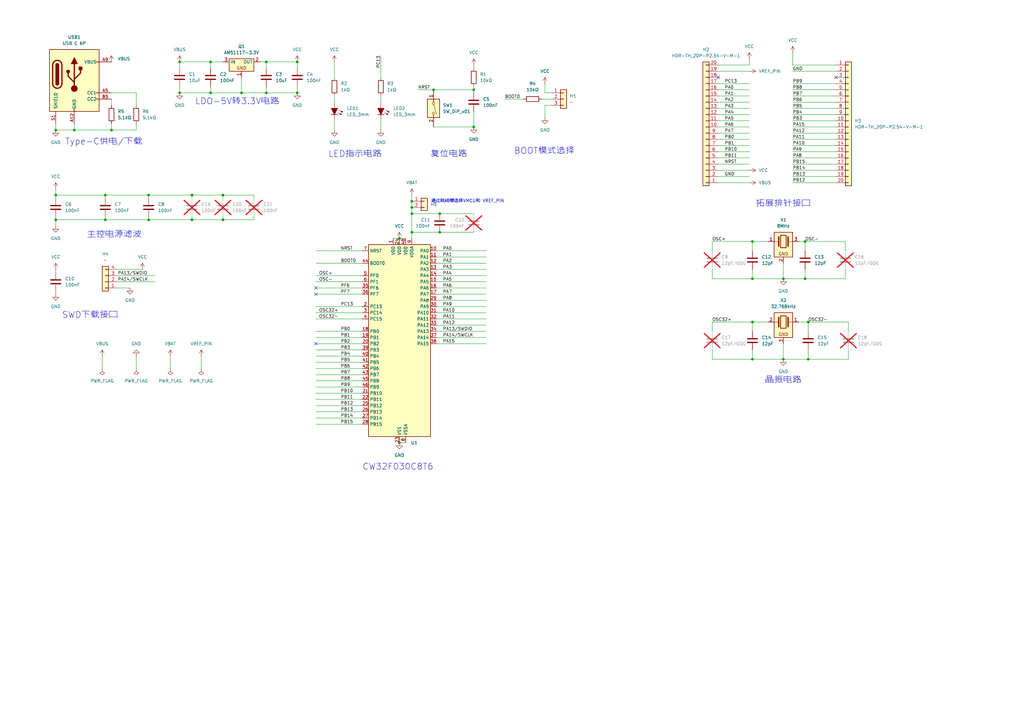
<source format=kicad_sch>
(kicad_sch (version 20231120) (generator "eeschema") (generator_version "8.0")
  (paper "A3")
  (lib_symbols
    (symbol "Connector:USB_C_Receptacle_PowerOnly_6P" (pin_names (offset 1.016))
      (property "Reference" "J" (at 0 16.51 0))
      (property "Value" "USB_C_Receptacle_PowerOnly_6P" (at 0 13.97 0))
      (symbol "USB_C_Receptacle_PowerOnly_6P_1_1"
        (pin passive line (at 0 -17.78 90) (length 5.08) (name "GND") (number "A12"))
        (pin bidirectional line (at 15.24 -5.08 180) (length 5.08) (name "CC1") (number "A5"))
        (pin passive line (at 15.24 7.62 180) (length 5.08) (name "VBUS") (number "A9"))
        (pin passive line (at 0 -17.78 90) (length 5.08) hide (name "GND") (number "B12"))
        (pin bidirectional line (at 15.24 -7.62 180) (length 5.08) (name "CC2") (number "B5"))
        (pin passive line (at 15.24 7.62 180) (length 5.08) hide (name "VBUS") (number "B9"))
        (pin passive line (at -7.62 -17.78 90) (length 5.08) (name "SHIELD") (number "S1"))
      )
    )
    (symbol "Connector_Generic:Conn_01x02" (pin_names (offset 1.016) hide)
      (property "Reference" "J" (at 0 2.54 0))
      (property "Value" "Conn_01x02" (at 0 -5.08 0))
      (symbol "Conn_01x02_1_1"
        (pin passive line (at -5.08 0 0) (length 3.81) (name "Pin_1") (number "1"))
        (pin passive line (at -5.08 -2.54 0) (length 3.81) (name "Pin_2") (number "2"))
      )
    )
    (symbol "Connector_Generic:Conn_01x03" (pin_names (offset 1.016) hide)
      (property "Reference" "J" (at 0 5.08 0))
      (property "Value" "Conn_01x03" (at 0 -5.08 0))
      (symbol "Conn_01x03_1_1"
        (pin passive line (at -5.08 2.54 0) (length 3.81) (name "Pin_1") (number "1"))
        (pin passive line (at -5.08 0 0) (length 3.81) (name "Pin_2") (number "2"))
        (pin passive line (at -5.08 -2.54 0) (length 3.81) (name "Pin_3") (number "3"))
      )
    )
    (symbol "Connector_Generic:Conn_01x04" (pin_names (offset 1.016) hide)
      (property "Reference" "J" (at 0 5.08 0))
      (property "Value" "Conn_01x04" (at 0 -7.62 0))
      (symbol "Conn_01x04_1_1"
        (pin passive line (at -5.08 2.54 0) (length 3.81) (name "Pin_1") (number "1"))
        (pin passive line (at -5.08 0 0) (length 3.81) (name "Pin_2") (number "2"))
        (pin passive line (at -5.08 -2.54 0) (length 3.81) (name "Pin_3") (number "3"))
        (pin passive line (at -5.08 -5.08 0) (length 3.81) (name "Pin_4") (number "4"))
      )
    )
    (symbol "Connector_Generic:Conn_01x20" (pin_names (offset 1.016) hide)
      (property "Reference" "J" (at 0 25.4 0))
      (property "Value" "Conn_01x20" (at 0 -27.94 0))
      (symbol "Conn_01x20_1_1"
        (pin passive line (at -5.08 22.86 0) (length 3.81) (name "Pin_1") (number "1"))
        (pin passive line (at -5.08 0 0) (length 3.81) (name "Pin_10") (number "10"))
        (pin passive line (at -5.08 -2.54 0) (length 3.81) (name "Pin_11") (number "11"))
        (pin passive line (at -5.08 -5.08 0) (length 3.81) (name "Pin_12") (number "12"))
        (pin passive line (at -5.08 -7.62 0) (length 3.81) (name "Pin_13") (number "13"))
        (pin passive line (at -5.08 -10.16 0) (length 3.81) (name "Pin_14") (number "14"))
        (pin passive line (at -5.08 -12.7 0) (length 3.81) (name "Pin_15") (number "15"))
        (pin passive line (at -5.08 -15.24 0) (length 3.81) (name "Pin_16") (number "16"))
        (pin passive line (at -5.08 -17.78 0) (length 3.81) (name "Pin_17") (number "17"))
        (pin passive line (at -5.08 -20.32 0) (length 3.81) (name "Pin_18") (number "18"))
        (pin passive line (at -5.08 -22.86 0) (length 3.81) (name "Pin_19") (number "19"))
        (pin passive line (at -5.08 20.32 0) (length 3.81) (name "Pin_2") (number "2"))
        (pin passive line (at -5.08 -25.4 0) (length 3.81) (name "Pin_20") (number "20"))
        (pin passive line (at -5.08 17.78 0) (length 3.81) (name "Pin_3") (number "3"))
        (pin passive line (at -5.08 15.24 0) (length 3.81) (name "Pin_4") (number "4"))
        (pin passive line (at -5.08 12.7 0) (length 3.81) (name "Pin_5") (number "5"))
        (pin passive line (at -5.08 10.16 0) (length 3.81) (name "Pin_6") (number "6"))
        (pin passive line (at -5.08 7.62 0) (length 3.81) (name "Pin_7") (number "7"))
        (pin passive line (at -5.08 5.08 0) (length 3.81) (name "Pin_8") (number "8"))
        (pin passive line (at -5.08 2.54 0) (length 3.81) (name "Pin_9") (number "9"))
      )
    )
    (symbol "PCM_Capacitor_US_AKL:C_0603" (pin_numbers hide) (pin_names (offset 0.254))
      (property "Reference" "C" (at 0.635 2.54 0))
      (property "Value" "C_0603" (at 0.635 -2.54 0))
      (symbol "C_0603_1_1"
        (pin passive line (at 0 3.81 270) (length 2.794) (name "~") (number "1"))
        (pin passive line (at 0 -3.81 90) (length 2.794) (name "~") (number "2"))
      )
      (symbol "C_0603_1_2"
        (pin passive line (at 2.54 2.54 270) (length 0) (name "~") (number "1"))
        (pin passive line (at -2.54 -2.54 90) (length 0) (name "~") (number "2"))
      )
    )
    (symbol "PCM_Capacitor_US_AKL:C_Disc_D5.0mm_W2.5mm_P2.50mm" (pin_numbers hide) (pin_names (offset 0.254))
      (property "Reference" "C" (at 0.635 2.54 0))
      (property "Value" "C_Disc_D5.0mm_W2.5mm_P2.50mm" (at 0.635 -2.54 0))
      (symbol "C_Disc_D5.0mm_W2.5mm_P2.50mm_1_1"
        (pin passive line (at 0 3.81 270) (length 2.794) (name "~") (number "1"))
        (pin passive line (at 0 -3.81 90) (length 2.794) (name "~") (number "2"))
      )
      (symbol "C_Disc_D5.0mm_W2.5mm_P2.50mm_1_2"
        (pin passive line (at 2.54 2.54 270) (length 0) (name "~") (number "1"))
        (pin passive line (at -2.54 -2.54 90) (length 0) (name "~") (number "2"))
      )
    )
    (symbol "PCM_Capacitor_US_AKL:C_Disc_D5.1mm_W3.2mm_P5.00mm" (pin_numbers hide) (pin_names (offset 0.254))
      (property "Reference" "C" (at 0.635 2.54 0))
      (property "Value" "C_Disc_D5.1mm_W3.2mm_P5.00mm" (at 0.635 -2.54 0))
      (symbol "C_Disc_D5.1mm_W3.2mm_P5.00mm_1_1"
        (pin passive line (at 0 3.81 270) (length 2.794) (name "~") (number "1"))
        (pin passive line (at 0 -3.81 90) (length 2.794) (name "~") (number "2"))
      )
      (symbol "C_Disc_D5.1mm_W3.2mm_P5.00mm_1_2"
        (pin passive line (at 2.54 2.54 270) (length 0) (name "~") (number "1"))
        (pin passive line (at -2.54 -2.54 90) (length 0) (name "~") (number "2"))
      )
    )
    (symbol "PCM_LED_AKL:LED_3mm" (pin_numbers hide) (pin_names (offset 1.016) hide)
      (property "Reference" "LED" (at 0 7.62 0))
      (property "Value" "LED_3mm" (at 0 5.08 0))
      (symbol "LED_3mm_1_1"
        (pin passive line (at 3.81 0 180) (length 2.54) (name "K") (number "1"))
        (pin passive line (at -3.81 0 0) (length 2.54) (name "A") (number "2"))
      )
      (symbol "LED_3mm_1_2"
        (pin passive line (at 2.54 2.54 180) (length 0) (name "K") (number "1"))
        (pin passive line (at -2.54 -2.54 0) (length 0) (name "A") (number "2"))
      )
    )
    (symbol "PCM_Resistor_AKL:R_DIN0207_P2.54mm" (pin_numbers hide) (pin_names (offset 0))
      (property "Reference" "R" (at 2.54 1.27 0))
      (property "Value" "R_DIN0207_P2.54mm" (at 2.54 -1.27 0))
      (symbol "R_DIN0207_P2.54mm_1_1"
        (pin passive line (at 0 3.81 270) (length 1.27) (name "~") (number "1"))
        (pin passive line (at 0 -3.81 90) (length 1.27) (name "~") (number "2"))
      )
      (symbol "R_DIN0207_P2.54mm_1_2"
        (pin passive line (at 2.54 2.54 180) (length 0) (name "") (number "1"))
        (pin passive line (at -2.54 -2.54 0) (length 0) (name "") (number "2"))
      )
    )
    (symbol "PCM_Voltage_Regulator_AKL:AZ1117IH-3.3TRE1"
      (property "Reference" "U" (at 0 6.35 0))
      (property "Value" "AZ1117IH-3.3TRE1" (at 0 3.81 0))
      (symbol "AZ1117IH-3.3TRE1_0_0"
        (text "GND" (at 0 -2.54 0) (effects (font (size 1.27 1.27))))
      )
      (symbol "AZ1117IH-3.3TRE1_1_1"
        (pin power_in line (at 0 -6.35 90) (length 2.54) (name "~") (number "1"))
        (pin power_out line (at 7.62 0 180) (length 2.54) (name "OUT") (number "2"))
        (pin power_in line (at -7.62 0 0) (length 2.54) (name "IN") (number "3"))
      )
    )
    (symbol "Switch:SW_DIP_x01" (pin_names (offset 0) hide)
      (property "Reference" "SW" (at 0 3.81 0))
      (property "Value" "SW_DIP_x01" (at 0 -3.81 0))
      (symbol "SW_DIP_x01_1_1"
        (pin passive line (at -7.62 0 0) (length 5.08) (name "~") (number "1"))
        (pin passive line (at 7.62 0 180) (length 5.08) (name "~") (number "2"))
      )
    )
    (symbol "power:GND" (power) (pin_numbers hide) (pin_names (offset 0) hide)
      (property "Value" "GND" (at 0 -3.81 0))
      (symbol "GND_1_1"
        (pin power_in line (at 0 0 270) (length 0) (name "~") (number "1"))
      )
    )
    (symbol "power:PWR_FLAG" (power) (pin_numbers hide) (pin_names (offset 0) hide)
      (property "Value" "PWR_FLAG" (at 0 3.81 0))
      (symbol "PWR_FLAG_0_0"
        (pin power_out line (at 0 0 90) (length 0) (name "~") (number "1"))
      )
    )
    (symbol "power:VCC" (power) (pin_numbers hide) (pin_names (offset 0) hide)
      (property "Value" "VCC" (at 0 3.556 0))
      (symbol "VCC_1_1"
        (pin power_in line (at 0 0 90) (length 0) (name "~") (number "1"))
      )
    )
    (symbol "wsylib:32.768kHz_±20ppm_12.5pF_DT-26" (pin_names (offset 1.016) hide)
      (property "Reference" "X" (at 0 8.89 0))
      (property "Value" "Crystal_Generic" (at 0 6.35 0))
      (symbol "32.768kHz_±20ppm_12.5pF_DT-26_0_1"
        (text "GND" (at 0 -5.08 0) (effects (font (size 1.27 1.27))))
      )
      (symbol "32.768kHz_±20ppm_12.5pF_DT-26_1_1"
        (pin passive line (at -6.35 0 0) (length 2.54) (name "1") (number "1"))
        (pin passive line (at 6.35 0 180) (length 2.54) (name "2") (number "2"))
        (pin passive line (at 0 -8.89 90) (length 2.54) (name "3") (number "3"))
      )
    )
    (symbol "wsylib:8MHz_±20ppm_20pF_HC-49S" (pin_names (offset 1.016) hide)
      (property "Reference" "X" (at 0 8.89 0))
      (property "Value" "8MHz_±20ppm_20pF_HC-49S" (at 0 6.35 0))
      (symbol "8MHz_±20ppm_20pF_HC-49S_0_1"
        (text "GND" (at 0 -5.08 0) (effects (font (size 1.27 1.27))))
      )
      (symbol "8MHz_±20ppm_20pF_HC-49S_1_1"
        (pin passive line (at -6.35 0 0) (length 2.54) (name "1") (number "1"))
        (pin passive line (at 0 -8.89 90) (length 2.54) (name "2") (number "2"))
        (pin passive line (at 6.35 0 180) (length 2.54) (name "3") (number "3"))
      )
    )
    (symbol "wsylib:CW32F030C8T6"
      (property "Reference" "U" (at -12.7 41.91 0))
      (property "Value" "CW32F030C8T6" (at 7.62 41.91 0))
      (symbol "CW32F030C8T6_1_1"
        (pin power_in line (at -2.54 43.18 270) (length 2.54) (name "VDD") (number "1"))
        (pin bidirectional line (at 15.24 38.1 180) (length 2.54) (name "PA0") (number "10"))
        (pin bidirectional line (at 15.24 35.56 180) (length 2.54) (name "PA1") (number "11"))
        (pin bidirectional line (at 15.24 33.02 180) (length 2.54) (name "PA2") (number "12"))
        (pin bidirectional line (at 15.24 30.48 180) (length 2.54) (name "PA3") (number "13"))
        (pin bidirectional line (at 15.24 27.94 180) (length 2.54) (name "PA4") (number "14"))
        (pin bidirectional line (at 15.24 25.4 180) (length 2.54) (name "PA5") (number "15"))
        (pin bidirectional line (at 15.24 22.86 180) (length 2.54) (name "PA6") (number "16"))
        (pin bidirectional line (at 15.24 20.32 180) (length 2.54) (name "PA7") (number "17"))
        (pin bidirectional line (at -15.24 5.08 0) (length 2.54) (name "PB0") (number "18"))
        (pin bidirectional line (at -15.24 2.54 0) (length 2.54) (name "PB1") (number "19"))
        (pin bidirectional line (at -15.24 15.24 0) (length 2.54) (name "PC13") (number "2"))
        (pin bidirectional line (at -15.24 0 0) (length 2.54) (name "PB2") (number "20"))
        (pin bidirectional line (at -15.24 -20.32 0) (length 2.54) (name "PB10") (number "21"))
        (pin bidirectional line (at -15.24 -22.86 0) (length 2.54) (name "PB11") (number "22"))
        (pin power_in line (at 0 -40.64 90) (length 2.54) (name "VSS") (number "23"))
        (pin power_in line (at 0 43.18 270) (length 2.54) (name "VDD") (number "24"))
        (pin bidirectional line (at -15.24 -25.4 0) (length 2.54) (name "PB12") (number "25"))
        (pin bidirectional line (at -15.24 -27.94 0) (length 2.54) (name "PB13") (number "26"))
        (pin bidirectional line (at -15.24 -30.48 0) (length 2.54) (name "PB14") (number "27"))
        (pin bidirectional line (at -15.24 -33.02 0) (length 2.54) (name "PB15") (number "28"))
        (pin bidirectional line (at 15.24 17.78 180) (length 2.54) (name "PA8") (number "29"))
        (pin bidirectional line (at -15.24 12.7 0) (length 2.54) (name "PC14") (number "3"))
        (pin bidirectional line (at 15.24 15.24 180) (length 2.54) (name "PA9") (number "30"))
        (pin bidirectional line (at 15.24 12.7 180) (length 2.54) (name "PA10") (number "31"))
        (pin bidirectional line (at 15.24 10.16 180) (length 2.54) (name "PA11") (number "32"))
        (pin bidirectional line (at 15.24 7.62 180) (length 2.54) (name "PA12") (number "33"))
        (pin bidirectional line (at 15.24 5.08 180) (length 2.54) (name "PA13") (number "34"))
        (pin bidirectional line (at -15.24 22.86 0) (length 2.54) (name "PF6") (number "35"))
        (pin bidirectional line (at -15.24 20.32 0) (length 2.54) (name "PF7") (number "36"))
        (pin bidirectional line (at 15.24 2.54 180) (length 2.54) (name "PA14") (number "37"))
        (pin bidirectional line (at 15.24 0 180) (length 2.54) (name "PA15") (number "38"))
        (pin bidirectional line (at -15.24 -2.54 0) (length 2.54) (name "PB3") (number "39"))
        (pin bidirectional line (at -15.24 10.16 0) (length 2.54) (name "PC15") (number "4"))
        (pin bidirectional line (at -15.24 -5.08 0) (length 2.54) (name "PB4") (number "40"))
        (pin bidirectional line (at -15.24 -7.62 0) (length 2.54) (name "PB5") (number "41"))
        (pin bidirectional line (at -15.24 -10.16 0) (length 2.54) (name "PB6") (number "42"))
        (pin bidirectional line (at -15.24 -12.7 0) (length 2.54) (name "PB7") (number "43"))
        (pin input line (at -15.24 33.02 0) (length 2.54) (name "BOOT0") (number "44"))
        (pin bidirectional line (at -15.24 -15.24 0) (length 2.54) (name "PB8") (number "45"))
        (pin bidirectional line (at -15.24 -17.78 0) (length 2.54) (name "PB9") (number "46"))
        (pin passive line (at 0 -40.64 90) (length 2.54) hide (name "VSS") (number "47"))
        (pin power_in line (at 2.54 43.18 270) (length 2.54) (name "VDD") (number "48"))
        (pin bidirectional line (at -15.24 27.94 0) (length 2.54) (name "PF0") (number "5"))
        (pin bidirectional line (at -15.24 25.4 0) (length 2.54) (name "PF1") (number "6"))
        (pin input line (at -15.24 38.1 0) (length 2.54) (name "NRST") (number "7"))
        (pin power_in line (at 2.54 -40.64 90) (length 2.54) (name "VSSA") (number "8"))
        (pin power_in line (at 5.08 43.18 270) (length 2.54) (name "VDDA") (number "9"))
      )
    )
  )
  (junction (at 45.72 53.34))
  (junction (at 60.96 90.17))
  (junction (at 73.66 25.4))
  (junction (at 109.22 25.4))
  (junction (at 121.92 25.4))
  (junction (at 163.83 181.61))
  (junction (at 91.44 90.17))
  (junction (at 168.91 95.25))
  (junction (at 308.61 99.06))
  (junction (at 330.2 99.06))
  (junction (at 331.47 147.32))
  (junction (at 308.61 147.32))
  (junction (at 321.31 114.3))
  (junction (at 194.31 52.07))
  (junction (at 308.61 114.3))
  (junction (at 30.48 53.34))
  (junction (at 43.18 90.17))
  (junction (at 168.91 87.63))
  (junction (at 180.34 95.25))
  (junction (at 99.06 38.1))
  (junction (at 121.92 38.1))
  (junction (at 22.86 80.01))
  (junction (at 22.86 53.34))
  (junction (at 168.91 82.55))
  (junction (at 109.22 38.1))
  (junction (at 168.91 85.09))
  (junction (at 331.47 132.08))
  (junction (at 91.44 80.01))
  (junction (at 180.34 87.63))
  (junction (at 73.66 38.1))
  (junction (at 308.61 132.08))
  (junction (at 163.83 97.79))
  (junction (at 330.2 114.3))
  (junction (at 86.36 38.1))
  (junction (at 43.18 80.01))
  (junction (at 321.31 147.32))
  (junction (at 86.36 25.4))
  (junction (at 78.74 90.17))
  (junction (at 78.74 80.01))
  (junction (at 60.96 80.01))
  (junction (at 177.8 36.83))
  (junction (at 194.31 36.83))
  (junction (at 22.86 90.17))
  (no_connect (at 129.54 120.65))
  (no_connect (at 294.64 31.75))
  (no_connect (at 129.54 140.97))
  (no_connect (at 342.9 31.75))
  (no_connect (at 129.54 118.11))
  (wire (pts (xy 325.12 36.83) (xy 342.9 36.83)))
  (wire (pts (xy 179.07 107.95) (xy 199.39 107.95)))
  (wire (pts (xy 104.14 80.01) (xy 104.14 81.28)))
  (wire (pts (xy 78.74 80.01) (xy 78.74 81.28)))
  (wire (pts (xy 331.47 132.08) (xy 331.47 135.89)))
  (wire (pts (xy 109.22 38.1) (xy 121.92 38.1)))
  (wire (pts (xy 179.07 128.27) (xy 199.39 128.27)))
  (wire (pts (xy 73.66 38.1) (xy 86.36 38.1)))
  (wire (pts (xy 331.47 147.32) (xy 347.98 147.32)))
  (wire (pts (xy 226.06 38.1) (xy 223.52 38.1)))
  (wire (pts (xy 292.1 99.06) (xy 308.61 99.06)))
  (wire (pts (xy 55.88 38.1) (xy 55.88 43.18)))
  (wire (pts (xy 346.71 110.49) (xy 346.71 114.3)))
  (wire (pts (xy 156.21 49.53) (xy 156.21 53.34)))
  (wire (pts (xy 129.54 113.03) (xy 148.59 113.03)))
  (wire (pts (xy 22.86 77.47) (xy 22.86 80.01)))
  (wire (pts (xy 60.96 90.17) (xy 78.74 90.17)))
  (wire (pts (xy 179.07 102.87) (xy 199.39 102.87)))
  (wire (pts (xy 168.91 87.63) (xy 168.91 95.25)))
  (wire (pts (xy 45.72 53.34) (xy 45.72 50.8)))
  (wire (pts (xy 43.18 90.17) (xy 60.96 90.17)))
  (wire (pts (xy 73.66 25.4) (xy 86.36 25.4)))
  (wire (pts (xy 60.96 80.01) (xy 60.96 81.28)))
  (wire (pts (xy 292.1 147.32) (xy 308.61 147.32)))
  (wire (pts (xy 177.8 52.07) (xy 194.31 52.07)))
  (wire (pts (xy 223.52 38.1) (xy 223.52 34.29)))
  (wire (pts (xy 292.1 132.08) (xy 292.1 135.89)))
  (wire (pts (xy 73.66 25.4) (xy 73.66 27.94)))
  (wire (pts (xy 294.64 44.45) (xy 307.34 44.45)))
  (wire (pts (xy 325.12 69.85) (xy 342.9 69.85)))
  (wire (pts (xy 294.64 72.39) (xy 307.34 72.39)))
  (wire (pts (xy 22.86 80.01) (xy 22.86 81.28)))
  (wire (pts (xy 91.44 90.17) (xy 104.14 90.17)))
  (wire (pts (xy 330.2 114.3) (xy 346.71 114.3)))
  (wire (pts (xy 179.07 125.73) (xy 199.39 125.73)))
  (wire (pts (xy 321.31 140.97) (xy 321.31 147.32)))
  (wire (pts (xy 168.91 95.25) (xy 168.91 97.79)))
  (wire (pts (xy 129.54 120.65) (xy 148.59 120.65)))
  (wire (pts (xy 63.5 115.57) (xy 48.26 115.57)))
  (wire (pts (xy 45.72 38.1) (xy 55.88 38.1)))
  (wire (pts (xy 307.34 24.13) (xy 307.34 26.67)))
  (wire (pts (xy 129.54 166.37) (xy 148.59 166.37)))
  (wire (pts (xy 292.1 110.49) (xy 292.1 114.3)))
  (wire (pts (xy 121.92 25.4) (xy 121.92 27.94)))
  (wire (pts (xy 91.44 88.9) (xy 91.44 90.17)))
  (wire (pts (xy 222.25 40.64) (xy 226.06 40.64)))
  (wire (pts (xy 63.5 113.03) (xy 48.26 113.03)))
  (wire (pts (xy 129.54 125.73) (xy 148.59 125.73)))
  (wire (pts (xy 292.1 114.3) (xy 308.61 114.3)))
  (wire (pts (xy 78.74 80.01) (xy 91.44 80.01)))
  (wire (pts (xy 308.61 143.51) (xy 308.61 147.32)))
  (wire (pts (xy 86.36 38.1) (xy 99.06 38.1)))
  (wire (pts (xy 294.64 41.91) (xy 307.34 41.91)))
  (wire (pts (xy 194.31 26.67) (xy 194.31 27.94)))
  (wire (pts (xy 325.12 34.29) (xy 342.9 34.29)))
  (wire (pts (xy 325.12 21.59) (xy 325.12 26.67)))
  (wire (pts (xy 168.91 80.01) (xy 168.91 82.55)))
  (wire (pts (xy 60.96 80.01) (xy 78.74 80.01)))
  (wire (pts (xy 179.07 135.89) (xy 199.39 135.89)))
  (wire (pts (xy 321.31 107.95) (xy 321.31 114.3)))
  (wire (pts (xy 22.86 88.9) (xy 22.86 90.17)))
  (wire (pts (xy 325.12 26.67) (xy 342.9 26.67)))
  (wire (pts (xy 22.86 53.34) (xy 30.48 53.34)))
  (wire (pts (xy 325.12 72.39) (xy 342.9 72.39)))
  (wire (pts (xy 137.16 39.37) (xy 137.16 41.91)))
  (wire (pts (xy 129.54 146.05) (xy 148.59 146.05)))
  (wire (pts (xy 194.31 87.63) (xy 180.34 87.63)))
  (wire (pts (xy 179.07 130.81) (xy 199.39 130.81)))
  (wire (pts (xy 86.36 25.4) (xy 91.44 25.4)))
  (wire (pts (xy 179.07 118.11) (xy 199.39 118.11)))
  (wire (pts (xy 179.07 140.97) (xy 199.39 140.97)))
  (wire (pts (xy 129.54 135.89) (xy 148.59 135.89)))
  (wire (pts (xy 294.64 39.37) (xy 307.34 39.37)))
  (wire (pts (xy 129.54 115.57) (xy 148.59 115.57)))
  (wire (pts (xy 331.47 143.51) (xy 331.47 147.32)))
  (wire (pts (xy 308.61 110.49) (xy 308.61 114.3)))
  (wire (pts (xy 347.98 132.08) (xy 347.98 135.89)))
  (wire (pts (xy 168.91 85.09) (xy 168.91 87.63)))
  (wire (pts (xy 308.61 99.06) (xy 308.61 102.87)))
  (wire (pts (xy 45.72 40.64) (xy 45.72 43.18)))
  (wire (pts (xy 325.12 54.61) (xy 342.9 54.61)))
  (wire (pts (xy 22.86 90.17) (xy 43.18 90.17)))
  (wire (pts (xy 43.18 88.9) (xy 43.18 90.17)))
  (wire (pts (xy 73.66 35.56) (xy 73.66 38.1)))
  (wire (pts (xy 137.16 25.4) (xy 137.16 31.75)))
  (wire (pts (xy 346.71 99.06) (xy 346.71 102.87)))
  (wire (pts (xy 294.64 46.99) (xy 307.34 46.99)))
  (wire (pts (xy 43.18 80.01) (xy 60.96 80.01)))
  (wire (pts (xy 156.21 22.86) (xy 156.21 31.75)))
  (wire (pts (xy 99.06 31.75) (xy 99.06 38.1)))
  (wire (pts (xy 180.34 95.25) (xy 168.91 95.25)))
  (wire (pts (xy 330.2 99.06) (xy 330.2 102.87)))
  (wire (pts (xy 22.86 53.34) (xy 22.86 50.8)))
  (wire (pts (xy 179.07 123.19) (xy 199.39 123.19)))
  (wire (pts (xy 43.18 80.01) (xy 43.18 81.28)))
  (wire (pts (xy 22.86 92.71) (xy 22.86 90.17)))
  (wire (pts (xy 129.54 171.45) (xy 148.59 171.45)))
  (wire (pts (xy 55.88 146.05) (xy 55.88 151.13)))
  (wire (pts (xy 327.66 132.08) (xy 331.47 132.08)))
  (wire (pts (xy 207.01 40.64) (xy 214.63 40.64)))
  (wire (pts (xy 292.1 99.06) (xy 292.1 102.87)))
  (wire (pts (xy 325.12 44.45) (xy 342.9 44.45)))
  (wire (pts (xy 129.54 163.83) (xy 148.59 163.83)))
  (wire (pts (xy 179.07 133.35) (xy 199.39 133.35)))
  (wire (pts (xy 161.29 97.79) (xy 163.83 97.79)))
  (wire (pts (xy 86.36 25.4) (xy 86.36 27.94)))
  (wire (pts (xy 331.47 132.08) (xy 347.98 132.08)))
  (wire (pts (xy 194.31 36.83) (xy 194.31 38.1)))
  (wire (pts (xy 129.54 107.95) (xy 148.59 107.95)))
  (wire (pts (xy 294.64 74.93) (xy 307.34 74.93)))
  (wire (pts (xy 163.83 181.61) (xy 166.37 181.61)))
  (wire (pts (xy 226.06 43.18) (xy 223.52 43.18)))
  (wire (pts (xy 294.64 62.23) (xy 307.34 62.23)))
  (wire (pts (xy 294.64 67.31) (xy 307.34 67.31)))
  (wire (pts (xy 327.66 99.06) (xy 330.2 99.06)))
  (wire (pts (xy 55.88 53.34) (xy 55.88 50.8)))
  (wire (pts (xy 179.07 120.65) (xy 199.39 120.65)))
  (wire (pts (xy 129.54 173.99) (xy 148.59 173.99)))
  (wire (pts (xy 69.85 146.05) (xy 69.85 151.13)))
  (wire (pts (xy 308.61 99.06) (xy 314.96 99.06)))
  (wire (pts (xy 194.31 95.25) (xy 180.34 95.25)))
  (wire (pts (xy 325.12 49.53) (xy 342.9 49.53)))
  (wire (pts (xy 294.64 34.29) (xy 307.34 34.29)))
  (wire (pts (xy 292.1 132.08) (xy 308.61 132.08)))
  (wire (pts (xy 177.8 36.83) (xy 194.31 36.83)))
  (wire (pts (xy 129.54 130.81) (xy 148.59 130.81)))
  (wire (pts (xy 194.31 35.56) (xy 194.31 36.83)))
  (wire (pts (xy 325.12 74.93) (xy 342.9 74.93)))
  (wire (pts (xy 294.64 36.83) (xy 307.34 36.83)))
  (wire (pts (xy 308.61 114.3) (xy 321.31 114.3)))
  (wire (pts (xy 171.45 36.83) (xy 177.8 36.83)))
  (wire (pts (xy 121.92 35.56) (xy 121.92 38.1)))
  (wire (pts (xy 109.22 35.56) (xy 109.22 38.1)))
  (wire (pts (xy 179.07 115.57) (xy 199.39 115.57)))
  (wire (pts (xy 30.48 53.34) (xy 45.72 53.34)))
  (wire (pts (xy 294.64 57.15) (xy 307.34 57.15)))
  (wire (pts (xy 78.74 90.17) (xy 91.44 90.17)))
  (wire (pts (xy 194.31 45.72) (xy 194.31 52.07)))
  (wire (pts (xy 48.26 110.49) (xy 58.42 110.49)))
  (wire (pts (xy 179.07 138.43) (xy 199.39 138.43)))
  (wire (pts (xy 294.64 64.77) (xy 307.34 64.77)))
  (wire (pts (xy 129.54 140.97) (xy 148.59 140.97)))
  (wire (pts (xy 99.06 38.1) (xy 109.22 38.1)))
  (wire (pts (xy 109.22 25.4) (xy 121.92 25.4)))
  (wire (pts (xy 22.86 119.38) (xy 22.86 120.65)))
  (wire (pts (xy 180.34 87.63) (xy 168.91 87.63)))
  (wire (pts (xy 342.9 46.99) (xy 325.12 46.99)))
  (wire (pts (xy 294.64 52.07) (xy 307.34 52.07)))
  (wire (pts (xy 308.61 147.32) (xy 321.31 147.32)))
  (wire (pts (xy 325.12 62.23) (xy 342.9 62.23)))
  (wire (pts (xy 129.54 143.51) (xy 148.59 143.51)))
  (wire (pts (xy 294.64 54.61) (xy 307.34 54.61)))
  (wire (pts (xy 78.74 88.9) (xy 78.74 90.17)))
  (wire (pts (xy 179.07 113.03) (xy 199.39 113.03)))
  (wire (pts (xy 45.72 53.34) (xy 55.88 53.34)))
  (wire (pts (xy 294.64 29.21) (xy 307.34 29.21)))
  (wire (pts (xy 41.91 146.05) (xy 41.91 151.13)))
  (wire (pts (xy 325.12 64.77) (xy 342.9 64.77)))
  (wire (pts (xy 325.12 39.37) (xy 342.9 39.37)))
  (wire (pts (xy 129.54 102.87) (xy 148.59 102.87)))
  (wire (pts (xy 179.07 105.41) (xy 199.39 105.41)))
  (wire (pts (xy 129.54 156.21) (xy 148.59 156.21)))
  (wire (pts (xy 129.54 168.91) (xy 148.59 168.91)))
  (wire (pts (xy 22.86 110.49) (xy 22.86 111.76)))
  (wire (pts (xy 129.54 148.59) (xy 148.59 148.59)))
  (wire (pts (xy 129.54 153.67) (xy 148.59 153.67)))
  (wire (pts (xy 168.91 82.55) (xy 168.91 85.09)))
  (wire (pts (xy 22.86 80.01) (xy 43.18 80.01)))
  (wire (pts (xy 330.2 99.06) (xy 346.71 99.06)))
  (wire (pts (xy 179.07 110.49) (xy 199.39 110.49)))
  (wire (pts (xy 163.83 97.79) (xy 166.37 97.79)))
  (wire (pts (xy 129.54 151.13) (xy 148.59 151.13)))
  (wire (pts (xy 294.64 49.53) (xy 307.34 49.53)))
  (wire (pts (xy 347.98 143.51) (xy 347.98 147.32)))
  (wire (pts (xy 91.44 80.01) (xy 104.14 80.01)))
  (wire (pts (xy 325.12 67.31) (xy 342.9 67.31)))
  (wire (pts (xy 325.12 59.69) (xy 342.9 59.69)))
  (wire (pts (xy 325.12 29.21) (xy 342.9 29.21)))
  (wire (pts (xy 86.36 35.56) (xy 86.36 38.1)))
  (wire (pts (xy 321.31 114.3) (xy 330.2 114.3)))
  (wire (pts (xy 308.61 132.08) (xy 314.96 132.08)))
  (wire (pts (xy 129.54 128.27) (xy 148.59 128.27)))
  (wire (pts (xy 82.55 146.05) (xy 82.55 151.13)))
  (wire (pts (xy 292.1 143.51) (xy 292.1 147.32)))
  (wire (pts (xy 53.34 118.11) (xy 48.26 118.11)))
  (wire (pts (xy 308.61 132.08) (xy 308.61 135.89)))
  (wire (pts (xy 106.68 25.4) (xy 109.22 25.4)))
  (wire (pts (xy 104.14 88.9) (xy 104.14 90.17)))
  (wire (pts (xy 129.54 161.29) (xy 148.59 161.29)))
  (wire (pts (xy 321.31 147.32) (xy 331.47 147.32)))
  (wire (pts (xy 137.16 49.53) (xy 137.16 53.34)))
  (wire (pts (xy 294.64 59.69) (xy 307.34 59.69)))
  (wire (pts (xy 156.21 39.37) (xy 156.21 41.91)))
  (wire (pts (xy 60.96 88.9) (xy 60.96 90.17)))
  (wire (pts (xy 91.44 80.01) (xy 91.44 81.28)))
  (wire (pts (xy 325.12 57.15) (xy 342.9 57.15)))
  (wire (pts (xy 342.9 41.91) (xy 325.12 41.91)))
  (wire (pts (xy 330.2 110.49) (xy 330.2 114.3)))
  (wire (pts (xy 325.12 52.07) (xy 342.9 52.07)))
  (wire (pts (xy 129.54 118.11) (xy 148.59 118.11)))
  (wire (pts (xy 294.64 69.85) (xy 307.34 69.85)))
  (wire (pts (xy 129.54 158.75) (xy 148.59 158.75)))
  (wire (pts (xy 307.34 26.67) (xy 294.64 26.67)))
  (wire (pts (xy 30.48 53.34) (xy 30.48 50.8)))
  (wire (pts (xy 129.54 138.43) (xy 148.59 138.43)))
  (wire (pts (xy 223.52 43.18) (xy 223.52 48.26)))
  (wire (pts (xy 109.22 25.4) (xy 109.22 27.94)))
  (text "主控电源滤波" (at 35.56 97.79 0) (effects (font (size 2.54 2.54)) (justify left bottom)))
  (text "SWD下载接口" (at 25.4 130.81 0) (effects (font (size 2.54 2.54)) (justify left bottom)))
  (text "拓展排针接口" (at 309.88 85.09 0) (effects (font (size 2.54 2.54)) (justify left bottom)))
  (text "晶振电路" (at 313.69 157.48 0) (effects (font (size 2.54 2.54)) (justify left bottom)))
  (text "Type-C供电/下载" (at 26.67 59.69 0) (effects (font (size 2.54 2.54)) (justify left bottom)))
  (text "通过跳线帽选择VMCU和 VREF_PIN" (at 191.77 82.55 0) (effects (font (size 1.27 1.27))))
  (text "LDO-5V转3.3V电路" (at 80.01 43.18 0) (effects (font (size 2.54 2.54)) (justify left bottom)))
  (text "复位电路" (at 176.53 64.77 0) (effects (font (size 2.54 2.54)) (justify left bottom)))
  (text "BOOT模式选择" (at 210.82 63.5 0) (effects (font (size 2.54 2.54)) (justify left bottom)))
  (text "CW32F030C8T6" (at 148.59 193.04 0) (effects (font (size 2.54 2.54)) (justify left bottom)))
  (text "LED指示电路" (at 134.62 64.77 0) (effects (font (size 2.54 2.54)) (justify left bottom)))
  (label "GND" (at 325.12 29.21 0))
  (label "PA1" (at 297.18 39.37 0))
  (label "PA2" (at 181.61 107.95 0))
  (label "PF7" (at 139.7 120.65 0))
  (label "NRST" (at 171.45 36.83 0))
  (label "NRST" (at 139.7 102.87 0))
  (label "PB14" (at 325.12 69.85 0))
  (label "OSC32-" (at 331.47 132.08 0))
  (label "PB4" (at 325.12 46.99 0))
  (label "PB3" (at 325.12 49.53 0))
  (label "PB11" (at 297.18 64.77 0))
  (label "PF6" (at 139.7 118.11 0))
  (label "NRST" (at 297.18 67.31 0))
  (label "PB13" (at 139.7 168.91 0))
  (label "PA5" (at 181.61 115.57 0))
  (label "PA9" (at 325.12 62.23 0))
  (label "PA10" (at 181.61 128.27 0))
  (label "PB0" (at 297.18 57.15 0))
  (label "PB12" (at 325.12 74.93 0))
  (label "PB6" (at 139.7 151.13 0))
  (label "OSC+" (at 292.1 99.06 0))
  (label "PC13" (at 139.7 125.73 0))
  (label "PA0" (at 297.18 36.83 0))
  (label "PA7" (at 181.61 120.65 0))
  (label "PA8" (at 181.61 123.19 0))
  (label "PA15" (at 325.12 52.07 0))
  (label "GND" (at 297.18 72.39 0))
  (label "PB1" (at 139.7 138.43 0))
  (label "PB6" (at 325.12 41.91 0))
  (label "PA2" (at 297.18 41.91 0))
  (label "OSC-" (at 130.81 115.57 0))
  (label "PC13" (at 156.21 27.94 90))
  (label "PB7" (at 139.7 153.67 0))
  (label "PB9" (at 139.7 158.75 0))
  (label "PA6" (at 297.18 52.07 0))
  (label "PA10" (at 325.12 59.69 0))
  (label "PB0" (at 139.7 135.89 0))
  (label "PA11" (at 325.12 57.15 0))
  (label "PB13" (at 325.12 72.39 0))
  (label "PA15" (at 181.61 140.97 0))
  (label "OSC+" (at 130.81 113.03 0))
  (label "PB10" (at 139.7 161.29 0))
  (label "PA3" (at 297.18 44.45 0))
  (label "PB8" (at 139.7 156.21 0))
  (label "PA12" (at 181.61 133.35 0))
  (label "PB1" (at 297.18 59.69 0))
  (label "OSC32+" (at 130.81 128.27 0))
  (label "PC13" (at 297.18 34.29 0))
  (label "PB8" (at 325.12 36.83 0))
  (label "PA4" (at 297.18 46.99 0))
  (label "PB9" (at 325.12 34.29 0))
  (label "PB7" (at 325.12 39.37 0))
  (label "PA6" (at 181.61 118.11 0))
  (label "PA4" (at 181.61 113.03 0))
  (label "PB4" (at 139.7 146.05 0))
  (label "PB14" (at 139.7 171.45 0))
  (label "OSC-" (at 330.2 99.06 0))
  (label "BOOT0" (at 207.01 40.64 0))
  (label "PA13/SWDIO" (at 48.26 113.03 0))
  (label "PB12" (at 139.7 166.37 0))
  (label "PB5" (at 139.7 148.59 0))
  (label "PA0" (at 181.61 102.87 0))
  (label "PB15" (at 139.7 173.99 0))
  (label "PA3" (at 181.61 110.49 0))
  (label "PB5" (at 325.12 44.45 0))
  (label "PA14{slash}SWCLK" (at 181.61 138.43 0))
  (label "PB15" (at 325.12 67.31 0))
  (label "PB10" (at 297.18 62.23 0))
  (label "PA11" (at 181.61 130.81 0))
  (label "PA1" (at 181.61 105.41 0))
  (label "PB2" (at 139.7 140.97 0))
  (label "PA8" (at 325.12 64.77 0))
  (label "OSC32-" (at 130.81 130.81 0))
  (label "BOOT0" (at 139.7 107.95 0))
  (label "PA5" (at 297.18 49.53 0))
  (label "OSC32+" (at 292.1 132.08 0))
  (label "PA7" (at 297.18 54.61 0))
  (label "PB3" (at 139.7 143.51 0))
  (label "PA9" (at 181.61 125.73 0))
  (label "PA12" (at 325.12 54.61 0))
  (label "PB11" (at 139.7 163.83 0))
  (label "PA14/SWCLK" (at 48.26 115.57 0))
  (label "PA13{slash}SWDIO" (at 181.61 135.89 0))
  (symbol (lib_id "PCM_Capacitor_US_AKL:C_0603") (at 346.71 106.68 0) (unit 1) (dnp yes)
    (property "Reference" "C16" (at 350.52 105.4099 0) (effects (justify left)))
    (property "Value" "12pF/GOG" (at 350.52 107.9499 0) (effects (justify left)))
    (property "Footprint" "PCM_Capacitor_SMD_AKL:C_0603_1608Metric" (effects (hide yes)))
    (property "Description" "SMD 0603 MLCC capacitor, Alternate KiCad Library" (effects (hide yes)))
  )
  (symbol (lib_id "PCM_Capacitor_US_AKL:C_0603") (at 78.74 85.09 0) (unit 1) (dnp yes)
    (property "Reference" "C19" (at 82.55 83.8199 0) (effects (justify left)))
    (property "Value" "100nF" (at 82.55 86.3599 0) (effects (justify left)))
    (property "Footprint" "PCM_Capacitor_SMD_AKL:C_0603_1608Metric" (effects (hide yes)))
    (property "Description" "SMD 0603 MLCC capacitor, Alternate KiCad Library" (effects (hide yes)))
  )
  (symbol (lib_id "power:VCC") (at 223.52 34.29 0) (unit 1)
    (property "Reference" "#PWR09" (effects (hide yes)))
    (property "Value" "VCC" (at 223.52 29.21 0))
    (property "Description" "Power symbol creates a global label with name \"VCC\"" (effects (hide yes)))
  )
  (symbol (lib_id "wsylib:8MHz_±20ppm_20pF_HC-49S") (at 321.31 99.06 0) (unit 1)
    (property "Reference" "X1" (at 321.31 90.17 0))
    (property "Value" "8MHz" (at 321.31 92.71 0))
    (property "Footprint" "wsylib:Crystal_HC49-U-3Pin_Vertical" (effects (hide yes)))
    (property "Description" "Quartz crystal, Shielded, Generic symbol, Alternate KiCad Library" (effects (hide yes)))
  )
  (symbol (lib_id "PCM_Capacitor_US_AKL:C_0603") (at 91.44 85.09 0) (unit 1) (dnp yes)
    (property "Reference" "C20" (at 95.25 83.8199 0) (effects (justify left)))
    (property "Value" "100nF" (at 95.25 86.3599 0) (effects (justify left)))
    (property "Footprint" "PCM_Capacitor_SMD_AKL:C_0603_1608Metric" (effects (hide yes)))
    (property "Description" "SMD 0603 MLCC capacitor, Alternate KiCad Library" (effects (hide yes)))
  )
  (symbol (lib_id "PCM_Capacitor_US_AKL:C_0603") (at 292.1 106.68 0) (unit 1) (dnp yes)
    (property "Reference" "C9" (at 295.91 105.4099 0) (effects (justify left)))
    (property "Value" "12pF/GOG" (at 295.91 107.9499 0) (effects (justify left)))
    (property "Footprint" "PCM_Capacitor_SMD_AKL:C_0603_1608Metric" (effects (hide yes)))
    (property "Description" "SMD 0603 MLCC capacitor, Alternate KiCad Library" (effects (hide yes)))
  )
  (symbol (lib_id "PCM_Capacitor_US_AKL:C_0603") (at 347.98 139.7 0) (unit 1) (dnp yes)
    (property "Reference" "C18" (at 351.79 138.4299 0) (effects (justify left)))
    (property "Value" "12pF/GOG" (at 351.79 140.9699 0) (effects (justify left)))
    (property "Footprint" "PCM_Capacitor_SMD_AKL:C_0603_1608Metric" (effects (hide yes)))
    (property "Description" "SMD 0603 MLCC capacitor, Alternate KiCad Library" (effects (hide yes)))
  )
  (symbol (lib_id "PCM_Resistor_AKL:R_DIN0207_P2.54mm") (at 156.21 35.56 0) (unit 1)
    (property "Reference" "R3" (at 158.75 34.2899 0) (effects (justify left)))
    (property "Value" "1kΩ" (at 158.75 36.8299 0) (effects (justify left)))
    (property "Footprint" "PCM_Resistor_THT_AKL:R_Axial_DIN0207_L6.3mm_D2.5mm_P2.54mm_Vertical" (effects (hide yes)))
    (property "Description" "THT 0207 Resistor, 2.54mm Pin Pitch, European Symbol, Alternate KiCad Library" (effects (hide yes)))
  )
  (symbol (lib_id "power:GND") (at 22.86 120.65 0) (unit 1)
    (property "Reference" "#PWR027" (effects (hide yes)))
    (property "Value" "GND" (at 22.86 125.73 0))
    (property "Description" "Power symbol creates a global label with name \"GND\" , ground" (effects (hide yes)))
  )
  (symbol (lib_id "power:VCC") (at 325.12 21.59 0) (unit 1)
    (property "Reference" "#PWR01" (effects (hide yes)))
    (property "Value" "VCC" (at 325.12 16.51 0))
    (property "Description" "Power symbol creates a global label with name \"VCC\"" (effects (hide yes)))
  )
  (symbol (lib_id "Connector_Generic:Conn_01x02") (at 173.99 82.55 0) (unit 1)
    (property "Reference" "H5" (at 176.53 83.8199 0) (effects (justify left)))
    (property "Value" "HDR-TH_2P-P2.54-V-F" (effects (hide yes)))
    (property "Footprint" "Connector_PinHeader_2.54mm:PinHeader_1x02_P2.54mm_Vertical" (effects (hide yes)))
    (property "Description" "Generic connector, single row, 01x02, script generated (kicad-library-utils/schlib/autogen/connector/)" (effects (hide yes)))
  )
  (symbol (lib_id "power:GND") (at 121.92 38.1 0) (unit 1)
    (property "Reference" "#PWR011" (effects (hide yes)))
    (property "Value" "GND" (at 121.92 43.18 0))
    (property "Description" "Power symbol creates a global label with name \"GND\" , ground" (effects (hide yes)))
  )
  (symbol (lib_id "Connector_Generic:Conn_01x20") (at 289.56 52.07 180) (unit 1)
    (property "Reference" "H2" (at 289.56 20.32 0))
    (property "Value" "HDR-TH_20P-P2.54-V-M-1" (at 289.56 22.86 0))
    (property "Footprint" "Connector_PinHeader_2.54mm:PinHeader_1x20_P2.54mm_Vertical" (effects (hide yes)))
    (property "Description" "Generic connector, single row, 01x20, script generated (kicad-library-utils/schlib/autogen/connector/)" (effects (hide yes)))
    (property "Supplier Part" "C50981" (effects (hide yes)))
  )
  (symbol (lib_id "PCM_Capacitor_US_AKL:C_Disc_D5.1mm_W3.2mm_P5.00mm") (at 180.34 91.44 0) (mirror x) (unit 1)
    (property "Reference" "C11" (at 176.53 90.1699 0) (effects (justify right)))
    (property "Value" "100nF" (at 176.53 92.7099 0) (effects (justify right)))
    (property "Footprint" "PCM_Capacitor_THT_US_AKL:C_Disc_D5.1mm_W3.2mm_P5.00mm" (effects (hide yes)))
    (property "Description" "THT Ceramic Disc Capacitor, 5.1mm Diameter, 3.2mm Width, 5.00mm Pitch, Alternate KiCad Library" (effects (hide yes)))
  )
  (symbol (lib_id "power:VCC") (at 41.91 146.05 0) (unit 1)
    (property "Reference" "#PWR028" (effects (hide yes)))
    (property "Value" "VBUS" (at 41.91 140.97 0))
    (property "Description" "Power symbol creates a global label with name \"VCC\"" (effects (hide yes)))
  )
  (symbol (lib_id "PCM_Capacitor_US_AKL:C_Disc_D5.1mm_W3.2mm_P5.00mm") (at 121.92 31.75 180) (unit 1)
    (property "Reference" "C4" (at 125.73 30.4799 0) (effects (justify right)))
    (property "Value" "100nF" (at 125.73 33.0199 0) (effects (justify right)))
    (property "Footprint" "PCM_Capacitor_THT_US_AKL:C_Disc_D5.1mm_W3.2mm_P5.00mm" (effects (hide yes)))
    (property "Description" "THT Ceramic Disc Capacitor, 5.1mm Diameter, 3.2mm Width, 5.00mm Pitch, Alternate KiCad Library" (effects (hide yes)))
  )
  (symbol (lib_id "PCM_Capacitor_US_AKL:C_Disc_D5.1mm_W3.2mm_P5.00mm") (at 331.47 139.7 180) (unit 1)
    (property "Reference" "C15" (at 335.28 138.4299 0) (effects (justify right)))
    (property "Value" "12pF" (at 335.28 140.9699 0) (effects (justify right)))
    (property "Footprint" "PCM_Capacitor_THT_US_AKL:C_Disc_D5.1mm_W3.2mm_P5.00mm" (effects (hide yes)))
    (property "Description" "THT Ceramic Disc Capacitor, 5.1mm Diameter, 3.2mm Width, 5.00mm Pitch, Alternate KiCad Library" (effects (hide yes)))
  )
  (symbol (lib_id "PCM_Capacitor_US_AKL:C_Disc_D5.1mm_W3.2mm_P5.00mm") (at 60.96 85.09 180) (unit 1)
    (property "Reference" "C8" (at 64.77 83.8199 0) (effects (justify right)))
    (property "Value" "100nF" (at 64.77 86.3599 0) (effects (justify right)))
    (property "Footprint" "PCM_Capacitor_THT_US_AKL:C_Disc_D5.1mm_W3.2mm_P5.00mm" (effects (hide yes)))
    (property "Description" "THT Ceramic Disc Capacitor, 5.1mm Diameter, 3.2mm Width, 5.00mm Pitch, Alternate KiCad Library" (effects (hide yes)))
  )
  (symbol (lib_id "power:VCC") (at 194.31 26.67 0) (unit 1)
    (property "Reference" "#PWR07" (effects (hide yes)))
    (property "Value" "VCC" (at 194.31 21.59 0))
    (property "Description" "Power symbol creates a global label with name \"VCC\"" (effects (hide yes)))
  )
  (symbol (lib_id "power:GND") (at 163.83 181.61 0) (unit 1)
    (property "Reference" "#PWR033" (effects (hide yes)))
    (property "Value" "GND" (at 163.83 186.69 0))
    (property "Description" "Power symbol creates a global label with name \"GND\" , ground" (effects (hide yes)))
  )
  (symbol (lib_id "power:VCC") (at 22.86 77.47 0) (unit 1)
    (property "Reference" "#PWR019" (effects (hide yes)))
    (property "Value" "VCC" (at 22.86 72.39 0))
    (property "Description" "Power symbol creates a global label with name \"VCC\"" (effects (hide yes)))
  )
  (symbol (lib_id "wsylib:CW32F030C8T6") (at 163.83 140.97 0) (unit 1)
    (property "Reference" "U1" (at 168.5641 181.61 0) (effects (justify left)))
    (property "Value" "CW32F030C8T6" (effects (hide yes)))
    (property "Footprint" "Package_QFP:LQFP-48_7x7mm_P0.5mm" (effects (hide yes)))
    (property "Datasheet" "https://atta.szlcsc.com/upload/public/pdf/source/20220516/D60F5E1023A73FFF550D4A77416DDFBC.pdf" (effects (hide yes)))
    (property "Description" "CPU内核:ARM-M系列;RAM总容量:8KB;GPIO端口数量:39;工作电压范围:1.65V~5.5V;CPU最大主频:64MHz;程序存储器类型:-;" (effects (hide yes)))
  )
  (symbol (lib_id "power:VCC") (at 137.16 25.4 0) (unit 1)
    (property "Reference" "#PWR06" (effects (hide yes)))
    (property "Value" "VCC" (at 137.16 20.32 0))
    (property "Description" "Power symbol creates a global label with name \"VCC\"" (effects (hide yes)))
  )
  (symbol (lib_id "PCM_Capacitor_US_AKL:C_0603") (at 104.14 85.09 0) (unit 1) (dnp yes)
    (property "Reference" "C21" (at 107.95 83.8199 0) (effects (justify left)))
    (property "Value" "100nF" (at 107.95 86.3599 0) (effects (justify left)))
    (property "Footprint" "PCM_Capacitor_SMD_AKL:C_0603_1608Metric" (effects (hide yes)))
    (property "Description" "SMD 0603 MLCC capacitor, Alternate KiCad Library" (effects (hide yes)))
  )
  (symbol (lib_id "power:GND") (at 321.31 114.3 0) (unit 1)
    (property "Reference" "#PWR025" (effects (hide yes)))
    (property "Value" "GND" (at 321.31 119.38 0))
    (property "Description" "Power symbol creates a global label with name \"GND\" , ground" (effects (hide yes)))
  )
  (symbol (lib_id "power:GND") (at 22.86 53.34 0) (unit 1)
    (property "Reference" "#PWR014" (effects (hide yes)))
    (property "Value" "GND" (at 22.86 58.42 0))
    (property "Description" "Power symbol creates a global label with name \"GND\" , ground" (effects (hide yes)))
  )
  (symbol (lib_id "power:VCC") (at 22.86 110.49 0) (unit 1)
    (property "Reference" "#PWR023" (effects (hide yes)))
    (property "Value" "VCC" (at 22.86 105.41 0))
    (property "Description" "Power symbol creates a global label with name \"VCC\"" (effects (hide yes)))
  )
  (symbol (lib_id "Connector_Generic:Conn_01x04") (at 43.18 115.57 180) (unit 1)
    (property "Reference" "H4" (at 43.18 104.14 0))
    (property "Value" "~" (at 43.18 106.68 0))
    (property "Footprint" "Connector_PinHeader_2.54mm:PinHeader_1x04_P2.54mm_Vertical" (effects (hide yes)))
    (property "Description" "Generic connector, single row, 01x04, script generated (kicad-library-utils/schlib/autogen/connector/)" (effects (hide yes)))
  )
  (symbol (lib_id "power:VCC") (at 307.34 69.85 270) (unit 1)
    (property "Reference" "#PWR017" (effects (hide yes)))
    (property "Value" "VCC" (at 311.15 69.8499 90) (effects (justify left)))
    (property "Description" "Power symbol creates a global label with name \"VCC\"" (effects (hide yes)))
  )
  (symbol (lib_id "power:VCC") (at 121.92 25.4 0) (unit 1)
    (property "Reference" "#PWR05" (effects (hide yes)))
    (property "Value" "VCC" (at 121.92 20.32 0))
    (property "Description" "Power symbol creates a global label with name \"VCC\"" (effects (hide yes)))
  )
  (symbol (lib_id "power:PWR_FLAG") (at 55.88 151.13 180) (unit 1)
    (property "Reference" "#FLG02" (effects (hide yes)))
    (property "Value" "PWR_FLAG" (at 55.88 156.21 0))
    (property "Description" "Special symbol for telling ERC where power comes from" (effects (hide yes)))
  )
  (symbol (lib_id "power:GND") (at 137.16 53.34 0) (unit 1)
    (property "Reference" "#PWR015" (effects (hide yes)))
    (property "Value" "GND" (at 137.16 58.42 0))
    (property "Description" "Power symbol creates a global label with name \"GND\" , ground" (effects (hide yes)))
  )
  (symbol (lib_id "power:VCC") (at 73.66 25.4 0) (unit 1)
    (property "Reference" "#PWR04" (effects (hide yes)))
    (property "Value" "VBUS" (at 73.66 20.32 0))
    (property "Description" "Power symbol creates a global label with name \"VCC\"" (effects (hide yes)))
  )
  (symbol (lib_id "power:GND") (at 73.66 38.1 0) (unit 1)
    (property "Reference" "#PWR010" (effects (hide yes)))
    (property "Value" "GND" (at 73.66 43.18 0))
    (property "Description" "Power symbol creates a global label with name \"GND\" , ground" (effects (hide yes)))
  )
  (symbol (lib_id "power:GND") (at 53.34 118.11 0) (unit 1)
    (property "Reference" "#PWR026" (effects (hide yes)))
    (property "Value" "GND" (at 53.34 123.19 0))
    (property "Description" "Power symbol creates a global label with name \"GND\" , ground" (effects (hide yes)))
  )
  (symbol (lib_id "Connector:USB_C_Receptacle_PowerOnly_6P") (at 30.48 33.02 0) (unit 1)
    (property "Reference" "USB1" (at 30.48 15.24 0))
    (property "Value" "USB C 6P" (at 30.48 17.78 0))
    (property "Footprint" "Connector_USB:USB_C_Receptacle_GCT_USB4125-xx-x_6P_TopMnt_Horizontal" (effects (hide yes)))
    (property "Datasheet" "https://www.usb.org/sites/default/files/documents/usb_type-c.zip" (effects (hide yes)))
    (property "Description" "USB Power-Only 6P Type-C Receptacle connector" (effects (hide yes)))
  )
  (symbol (lib_id "PCM_Capacitor_US_AKL:C_Disc_D5.1mm_W3.2mm_P5.00mm") (at 86.36 31.75 180) (unit 1)
    (property "Reference" "C2" (at 90.17 30.4799 0) (effects (justify right)))
    (property "Value" "100nF" (at 90.17 33.0199 0) (effects (justify right)))
    (property "Footprint" "PCM_Capacitor_THT_US_AKL:C_Disc_D5.1mm_W3.2mm_P5.00mm" (effects (hide yes)))
    (property "Description" "THT Ceramic Disc Capacitor, 5.1mm Diameter, 3.2mm Width, 5.00mm Pitch, Alternate KiCad Library" (effects (hide yes)))
  )
  (symbol (lib_id "Connector_Generic:Conn_01x20") (at 347.98 49.53 0) (unit 1)
    (property "Reference" "H3" (at 350.52 49.5299 0) (effects (justify left)))
    (property "Value" "HDR-TH_20P-P2.54-V-M-1" (at 350.52 52.0699 0) (effects (justify left)))
    (property "Footprint" "Connector_PinHeader_2.54mm:PinHeader_1x20_P2.54mm_Vertical" (effects (hide yes)))
    (property "Description" "Generic connector, single row, 01x20, script generated (kicad-library-utils/schlib/autogen/connector/)" (effects (hide yes)))
    (property "Supplier Part" "C50981" (effects (hide yes)))
  )
  (symbol (lib_id "power:VCC") (at 307.34 24.13 0) (unit 1)
    (property "Reference" "#PWR02" (effects (hide yes)))
    (property "Value" "VCC" (at 307.34 19.05 0))
    (property "Description" "Power symbol creates a global label with name \"VCC\"" (effects (hide yes)))
  )
  (symbol (lib_id "PCM_LED_AKL:LED_3mm") (at 137.16 45.72 270) (unit 1)
    (property "Reference" "LED1" (at 142.24 44.4499 90) (effects (justify left)))
    (property "Value" "LED_3mm" (at 142.24 46.9899 90) (effects (justify left)))
    (property "Footprint" "PCM_LED_THT_AKL:LED_D3.0mm" (effects (hide yes)))
    (property "Description" "LED, Generic 3mm THT, Alternate KiCad Library" (effects (hide yes)))
  )
  (symbol (lib_id "PCM_Capacitor_US_AKL:C_Disc_D5.1mm_W3.2mm_P5.00mm") (at 109.22 31.75 180) (unit 1)
    (property "Reference" "C3" (at 113.03 30.4799 0) (effects (justify right)))
    (property "Value" "10uF" (at 113.03 33.0199 0) (effects (justify right)))
    (property "Footprint" "PCM_Capacitor_THT_US_AKL:C_Disc_D5.1mm_W3.2mm_P5.00mm" (effects (hide yes)))
    (property "Description" "THT Ceramic Disc Capacitor, 5.1mm Diameter, 3.2mm Width, 5.00mm Pitch, Alternate KiCad Library" (effects (hide yes)))
  )
  (symbol (lib_id "power:VCC") (at 163.83 97.79 0) (unit 1)
    (property "Reference" "#PWR022" (effects (hide yes)))
    (property "Value" "VCC" (at 163.83 92.71 0))
    (property "Description" "Power symbol creates a global label with name \"VCC\"" (effects (hide yes)))
  )
  (symbol (lib_id "power:VCC") (at 69.85 146.05 0) (mirror y) (unit 1)
    (property "Reference" "#PWR030" (effects (hide yes)))
    (property "Value" "VBAT" (at 69.85 140.97 0))
    (property "Description" "Power symbol creates a global label with name \"VCC\"" (effects (hide yes)))
  )
  (symbol (lib_id "power:VCC") (at 82.55 146.05 0) (unit 1)
    (property "Reference" "#PWR031" (effects (hide yes)))
    (property "Value" "VREF_PIN" (at 82.55 140.97 0))
    (property "Description" "Power symbol creates a global label with name \"VCC\"" (effects (hide yes)))
  )
  (symbol (lib_id "power:GND") (at 194.31 52.07 0) (unit 1)
    (property "Reference" "#PWR013" (effects (hide yes)))
    (property "Value" "GND" (at 194.31 57.15 0))
    (property "Description" "Power symbol creates a global label with name \"GND\" , ground" (effects (hide yes)))
  )
  (symbol (lib_id "PCM_Capacitor_US_AKL:C_Disc_D5.1mm_W3.2mm_P5.00mm") (at 73.66 31.75 180) (unit 1)
    (property "Reference" "C1" (at 77.47 30.4799 0) (effects (justify right)))
    (property "Value" "10uF" (at 77.47 33.0199 0) (effects (justify right)))
    (property "Footprint" "PCM_Capacitor_THT_US_AKL:C_Disc_D5.1mm_W3.2mm_P5.00mm" (effects (hide yes)))
    (property "Description" "THT Ceramic Disc Capacitor, 5.1mm Diameter, 3.2mm Width, 5.00mm Pitch, Alternate KiCad Library" (effects (hide yes)))
  )
  (symbol (lib_id "power:PWR_FLAG") (at 82.55 151.13 180) (unit 1)
    (property "Reference" "#FLG04" (effects (hide yes)))
    (property "Value" "PWR_FLAG" (at 82.55 156.21 0))
    (property "Description" "Special symbol for telling ERC where power comes from" (effects (hide yes)))
  )
  (symbol (lib_id "PCM_Voltage_Regulator_AKL:AZ1117IH-3.3TRE1") (at 99.06 25.4 0) (unit 1)
    (property "Reference" "Q1" (at 99.06 19.05 0))
    (property "Value" "AMS1117-3.3V" (at 99.06 21.59 0))
    (property "Footprint" "PCM_Package_TO_SOT_SMD_AKL:SOT-223-3_TabPin2" (effects (hide yes)))
    (property "Datasheet" "https://www.diodes.com/assets/Datasheets/AZ1117I.pdf" (effects (hide yes)))
    (property "Description" "SOT-223 3.3V 1A Low Dropout Voltage Regulator, Alternate KiCad Library" (effects (hide yes)))
  )
  (symbol (lib_id "power:GND") (at 321.31 147.32 0) (unit 1)
    (property "Reference" "#PWR032" (effects (hide yes)))
    (property "Value" "GND" (at 321.31 152.4 0))
    (property "Description" "Power symbol creates a global label with name \"GND\" , ground" (effects (hide yes)))
  )
  (symbol (lib_id "PCM_Capacitor_US_AKL:C_Disc_D5.1mm_W3.2mm_P5.00mm") (at 308.61 106.68 0) (unit 1)
    (property "Reference" "C12" (at 312.42 105.4099 0) (effects (justify left)))
    (property "Value" "12pF" (at 312.42 107.9499 0) (effects (justify left)))
    (property "Footprint" "PCM_Capacitor_THT_US_AKL:C_Disc_D5.1mm_W3.2mm_P5.00mm" (effects (hide yes)))
    (property "Description" "THT Ceramic Disc Capacitor, 5.1mm Diameter, 3.2mm Width, 5.00mm Pitch, Alternate KiCad Library" (effects (hide yes)))
  )
  (symbol (lib_id "PCM_Resistor_AKL:R_DIN0207_P2.54mm") (at 45.72 46.99 180) (unit 1)
    (property "Reference" "R5" (at 48.26 45.7199 0) (effects (justify right)))
    (property "Value" "5.1kΩ" (at 48.26 48.2599 0) (effects (justify right)))
    (property "Footprint" "PCM_Resistor_THT_AKL:R_Axial_DIN0207_L6.3mm_D2.5mm_P2.54mm_Vertical" (effects (hide yes)))
    (property "Description" "THT 0207 Resistor, 2.54mm Pin Pitch, European Symbol, Alternate KiCad Library" (effects (hide yes)))
  )
  (symbol (lib_id "Connector_Generic:Conn_01x03") (at 231.14 40.64 0) (unit 1)
    (property "Reference" "H1" (at 233.68 39.3699 0) (effects (justify left)))
    (property "Value" "~" (at 233.68 41.9099 0) (effects (justify left)))
    (property "Footprint" "Connector_PinHeader_2.54mm:PinHeader_1x03_P2.54mm_Vertical" (effects (hide yes)))
    (property "Description" "Generic connector, single row, 01x03, script generated (kicad-library-utils/schlib/autogen/connector/)" (effects (hide yes)))
  )
  (symbol (lib_id "wsylib:32.768kHz_±20ppm_12.5pF_DT-26") (at 321.31 132.08 0) (mirror y) (unit 1)
    (property "Reference" "X2" (at 321.31 123.19 0))
    (property "Value" "32.768kHz" (at 321.31 125.73 0))
    (property "Footprint" "Crystal:Crystal_DS26_D2.0mm_L6.0mm_Horizontal_1EP_style2" (effects (hide yes)))
    (property "Description" "Quartz crystal, Shielded, Generic symbol, Alternate KiCad Library" (effects (hide yes)))
  )
  (symbol (lib_id "PCM_Resistor_AKL:R_DIN0207_P2.54mm") (at 218.44 40.64 90) (unit 1)
    (property "Reference" "R4" (at 218.44 34.29 90))
    (property "Value" "10kΩ" (at 218.44 36.83 90))
    (property "Footprint" "PCM_Resistor_THT_AKL:R_Axial_DIN0207_L6.3mm_D2.5mm_P2.54mm_Vertical" (effects (hide yes)))
    (property "Description" "THT 0207 Resistor, 2.54mm Pin Pitch, European Symbol, Alternate KiCad Library" (effects (hide yes)))
  )
  (symbol (lib_id "power:GND") (at 223.52 48.26 0) (unit 1)
    (property "Reference" "#PWR012" (effects (hide yes)))
    (property "Value" "GND" (at 223.52 53.34 0))
    (property "Description" "Power symbol creates a global label with name \"GND\" , ground" (effects (hide yes)))
  )
  (symbol (lib_id "PCM_Capacitor_US_AKL:C_Disc_D5.1mm_W3.2mm_P5.00mm") (at 22.86 115.57 180) (unit 1)
    (property "Reference" "C10" (at 26.67 114.2999 0) (effects (justify right)))
    (property "Value" "100nF" (at 26.67 116.8399 0) (effects (justify right)))
    (property "Footprint" "PCM_Capacitor_THT_US_AKL:C_Disc_D5.1mm_W3.2mm_P5.00mm" (effects (hide yes)))
    (property "Description" "THT Ceramic Disc Capacitor, 5.1mm Diameter, 3.2mm Width, 5.00mm Pitch, Alternate KiCad Library" (effects (hide yes)))
  )
  (symbol (lib_id "power:VCC") (at 45.72 25.4 0) (unit 1)
    (property "Reference" "#PWR03" (effects (hide yes)))
    (property "Value" "VBUS" (at 48.26 24.1299 0) (effects (justify left)))
    (property "Description" "Power symbol creates a global label with name \"VCC\"" (effects (hide yes)))
  )
  (symbol (lib_id "Switch:SW_DIP_x01") (at 177.8 44.45 270) (unit 1)
    (property "Reference" "SW1" (at 181.61 43.1799 90) (effects (justify left)))
    (property "Value" "SW_DIP_x01" (at 181.61 45.7199 90) (effects (justify left)))
    (property "Footprint" "Button_Switch_THT:SW_PUSH_6mm_H7.3mm" (effects (hide yes)))
    (property "Description" "1x DIP Switch, Single Pole Single Throw (SPST) switch, small symbol" (effects (hide yes)))
  )
  (symbol (lib_id "power:VCC") (at 168.91 80.01 0) (mirror y) (unit 1)
    (property "Reference" "#PWR020" (effects (hide yes)))
    (property "Value" "VBAT" (at 168.91 74.93 0))
    (property "Description" "Power symbol creates a global label with name \"VCC\"" (effects (hide yes)))
  )
  (symbol (lib_id "PCM_Capacitor_US_AKL:C_Disc_D5.1mm_W3.2mm_P5.00mm") (at 308.61 139.7 180) (unit 1)
    (property "Reference" "C14" (at 312.42 138.4299 0) (effects (justify right)))
    (property "Value" "12pF" (at 312.42 140.9699 0) (effects (justify right)))
    (property "Footprint" "PCM_Capacitor_THT_US_AKL:C_Disc_D5.1mm_W3.2mm_P5.00mm" (effects (hide yes)))
    (property "Description" "THT Ceramic Disc Capacitor, 5.1mm Diameter, 3.2mm Width, 5.00mm Pitch, Alternate KiCad Library" (effects (hide yes)))
  )
  (symbol (lib_id "PCM_Capacitor_US_AKL:C_Disc_D5.1mm_W3.2mm_P5.00mm") (at 43.18 85.09 180) (unit 1)
    (property "Reference" "C7" (at 46.99 83.8199 0) (effects (justify right)))
    (property "Value" "100nF" (at 46.99 86.3599 0) (effects (justify right)))
    (property "Footprint" "PCM_Capacitor_THT_US_AKL:C_Disc_D5.1mm_W3.2mm_P5.00mm" (effects (hide yes)))
    (property "Description" "THT Ceramic Disc Capacitor, 5.1mm Diameter, 3.2mm Width, 5.00mm Pitch, Alternate KiCad Library" (effects (hide yes)))
  )
  (symbol (lib_id "power:PWR_FLAG") (at 41.91 151.13 180) (unit 1)
    (property "Reference" "#FLG01" (effects (hide yes)))
    (property "Value" "PWR_FLAG" (at 41.91 156.21 0))
    (property "Description" "Special symbol for telling ERC where power comes from" (effects (hide yes)))
  )
  (symbol (lib_id "PCM_Resistor_AKL:R_DIN0207_P2.54mm") (at 194.31 31.75 180) (unit 1)
    (property "Reference" "R1" (at 196.85 30.4799 0) (effects (justify right)))
    (property "Value" "10kΩ" (at 196.85 33.0199 0) (effects (justify right)))
    (property "Footprint" "PCM_Resistor_THT_AKL:R_Axial_DIN0207_L6.3mm_D2.5mm_P2.54mm_Vertical" (effects (hide yes)))
    (property "Description" "THT 0207 Resistor, 2.54mm Pin Pitch, European Symbol, Alternate KiCad Library" (effects (hide yes)))
  )
  (symbol (lib_id "power:PWR_FLAG") (at 69.85 151.13 180) (unit 1)
    (property "Reference" "#FLG03" (effects (hide yes)))
    (property "Value" "PWR_FLAG" (at 69.85 156.21 0))
    (property "Description" "Special symbol for telling ERC where power comes from" (effects (hide yes)))
  )
  (symbol (lib_id "power:GND") (at 156.21 53.34 0) (unit 1)
    (property "Reference" "#PWR016" (effects (hide yes)))
    (property "Value" "GND" (at 156.21 58.42 0))
    (property "Description" "Power symbol creates a global label with name \"GND\" , ground" (effects (hide yes)))
  )
  (symbol (lib_id "PCM_Capacitor_US_AKL:C_0603") (at 194.31 91.44 0) (unit 1) (dnp yes)
    (property "Reference" "C22" (at 190.5 90.1699 0) (effects (justify right)))
    (property "Value" "100nF" (at 190.5 92.7099 0) (effects (justify right)))
    (property "Footprint" "PCM_Capacitor_SMD_AKL:C_0603_1608Metric" (effects (hide yes)))
    (property "Description" "SMD 0603 MLCC capacitor, Alternate KiCad Library" (effects (hide yes)))
  )
  (symbol (lib_id "power:VCC") (at 307.34 29.21 270) (unit 1)
    (property "Reference" "#PWR08" (effects (hide yes)))
    (property "Value" "VREF_PIN" (at 311.15 29.2099 90) (effects (justify left)))
    (property "Description" "Power symbol creates a global label with name \"VCC\"" (effects (hide yes)))
  )
  (symbol (lib_id "power:VCC") (at 58.42 110.49 0) (unit 1)
    (property "Reference" "#PWR024" (effects (hide yes)))
    (property "Value" "VCC" (at 58.42 105.41 0))
    (property "Description" "Power symbol creates a global label with name \"VCC\"" (effects (hide yes)))
  )
  (symbol (lib_id "PCM_Capacitor_US_AKL:C_0603") (at 292.1 139.7 0) (unit 1) (dnp yes)
    (property "Reference" "C17" (at 295.91 138.4299 0) (effects (justify left)))
    (property "Value" "12pF/GOG" (at 295.91 140.9699 0) (effects (justify left)))
    (property "Footprint" "PCM_Capacitor_SMD_AKL:C_0603_1608Metric" (effects (hide yes)))
    (property "Description" "SMD 0603 MLCC capacitor, Alternate KiCad Library" (effects (hide yes)))
  )
  (symbol (lib_id "PCM_Capacitor_US_AKL:C_Disc_D5.1mm_W3.2mm_P5.00mm") (at 22.86 85.09 180) (unit 1)
    (property "Reference" "C6" (at 26.67 83.8199 0) (effects (justify right)))
    (property "Value" "100nF" (at 26.67 86.3599 0) (effects (justify right)))
    (property "Footprint" "PCM_Capacitor_THT_US_AKL:C_Disc_D5.1mm_W3.2mm_P5.00mm" (effects (hide yes)))
    (property "Description" "THT Ceramic Disc Capacitor, 5.1mm Diameter, 3.2mm Width, 5.00mm Pitch, Alternate KiCad Library" (effects (hide yes)))
  )
  (symbol (lib_id "PCM_LED_AKL:LED_3mm") (at 156.21 45.72 270) (unit 1)
    (property "Reference" "LED2" (at 161.29 44.4499 90) (effects (justify left)))
    (property "Value" "LED_3mm" (at 161.29 46.9899 90) (effects (justify left)))
    (property "Footprint" "PCM_LED_THT_AKL:LED_D3.0mm" (effects (hide yes)))
    (property "Description" "LED, Generic 3mm THT, Alternate KiCad Library" (effects (hide yes)))
  )
  (symbol (lib_id "power:GND") (at 55.88 146.05 180) (unit 1)
    (property "Reference" "#PWR029" (effects (hide yes)))
    (property "Value" "GND" (at 55.88 140.97 0))
    (property "Description" "Power symbol creates a global label with name \"GND\" , ground" (effects (hide yes)))
  )
  (symbol (lib_id "PCM_Capacitor_US_AKL:C_Disc_D5.0mm_W2.5mm_P2.50mm") (at 194.31 41.91 180) (unit 1)
    (property "Reference" "C5" (at 198.12 40.6399 0) (effects (justify right)))
    (property "Value" "100nF" (at 198.12 43.1799 0) (effects (justify right)))
    (property "Footprint" "PCM_Capacitor_THT_US_AKL:C_Disc_D5.0mm_W2.5mm_P2.50mm" (effects (hide yes)))
    (property "Description" "THT Ceramic Disc Capacitor, 5.0mm Diameter, 2.5mm Width, 2.50mm Pitch, Alternate KiCad Library" (effects (hide yes)))
  )
  (symbol (lib_id "power:VCC") (at 307.34 74.93 270) (unit 1)
    (property "Reference" "#PWR018" (effects (hide yes)))
    (property "Value" "VBUS" (at 311.15 74.9299 90) (effects (justify left)))
    (property "Description" "Power symbol creates a global label with name \"VCC\"" (effects (hide yes)))
  )
  (symbol (lib_id "power:GND") (at 22.86 92.71 0) (unit 1)
    (property "Reference" "#PWR021" (effects (hide yes)))
    (property "Value" "GND" (at 22.86 97.79 0))
    (property "Description" "Power symbol creates a global label with name \"GND\" , ground" (effects (hide yes)))
  )
  (symbol (lib_id "PCM_Capacitor_US_AKL:C_Disc_D5.1mm_W3.2mm_P5.00mm") (at 330.2 106.68 180) (unit 1)
    (property "Reference" "C13" (at 334.01 105.4099 0) (effects (justify right)))
    (property "Value" "12pF" (at 334.01 107.9499 0) (effects (justify right)))
    (property "Footprint" "PCM_Capacitor_THT_US_AKL:C_Disc_D5.1mm_W3.2mm_P5.00mm" (effects (hide yes)))
    (property "Description" "THT Ceramic Disc Capacitor, 5.1mm Diameter, 3.2mm Width, 5.00mm Pitch, Alternate KiCad Library" (effects (hide yes)))
  )
  (symbol (lib_id "PCM_Resistor_AKL:R_DIN0207_P2.54mm") (at 137.16 35.56 0) (unit 1)
    (property "Reference" "R2" (at 139.7 34.2899 0) (effects (justify left)))
    (property "Value" "1kΩ" (at 139.7 36.8299 0) (effects (justify left)))
    (property "Footprint" "PCM_Resistor_THT_AKL:R_Axial_DIN0207_L6.3mm_D2.5mm_P2.54mm_Vertical" (effects (hide yes)))
    (property "Description" "THT 0207 Resistor, 2.54mm Pin Pitch, European Symbol, Alternate KiCad Library" (effects (hide yes)))
  )
  (symbol (lib_id "PCM_Resistor_AKL:R_DIN0207_P2.54mm") (at 55.88 46.99 180) (unit 1)
    (property "Reference" "R6" (at 58.42 45.7199 0) (effects (justify right)))
    (property "Value" "5.1kΩ" (at 58.42 48.2599 0) (effects (justify right)))
    (property "Footprint" "PCM_Resistor_THT_AKL:R_Axial_DIN0207_L6.3mm_D2.5mm_P2.54mm_Vertical" (effects (hide yes)))
    (property "Description" "THT 0207 Resistor, 2.54mm Pin Pitch, European Symbol, Alternate KiCad Library" (effects (hide yes)))
  )
)
</source>
